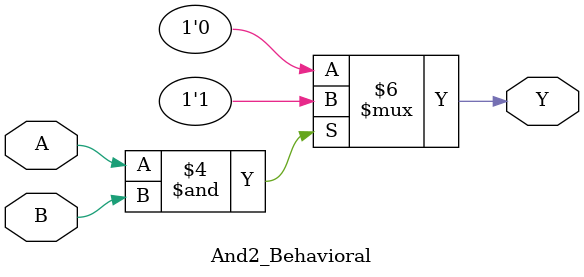
<source format=v>
module And2_Behavioral(output reg Y,input A,B);
always@ (A or B)
 begin
	if(A == 1'b1 & B == 1'b1)
	 begin
	  Y=1'b1;
	 end
	else
	 begin
	 Y=1'b0;
	 end
 end
endmodule    

</source>
